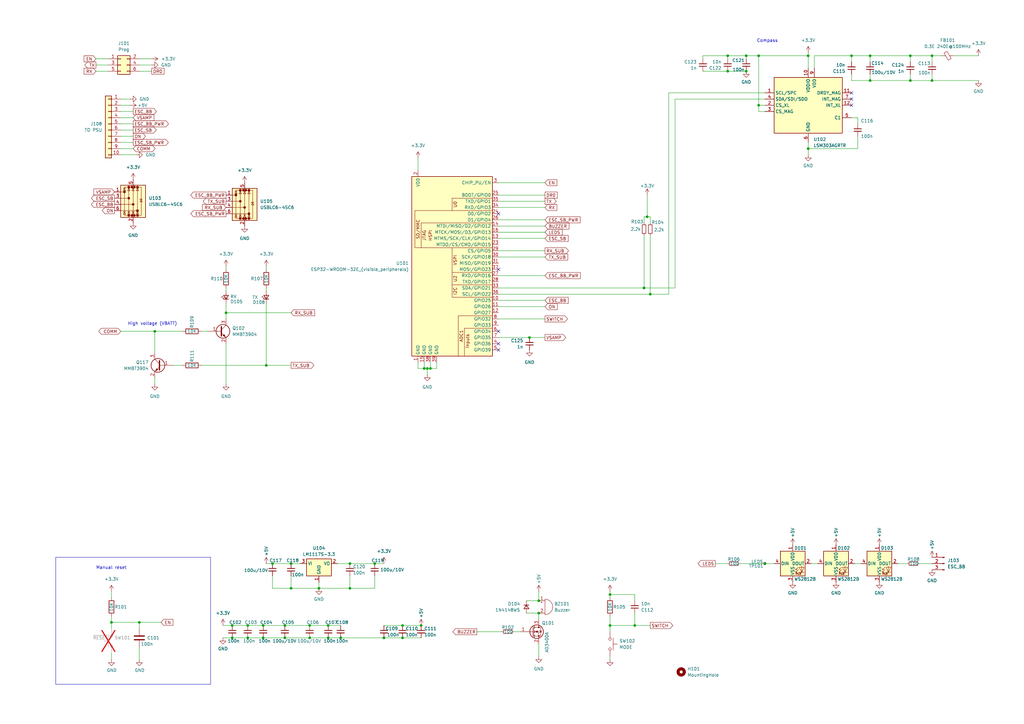
<source format=kicad_sch>
(kicad_sch (version 20250114) (generator "eeschema") (generator_version "9.0")
  (paper "A3")
  (title_block (title "SUB CPU") (date "2025-06-10") (rev "V2.1") (company "NicE Engineering"))
  (text "Manual reset" (at 39.37 233.68 0) (effects (font (size 1.27 1.27)) (justify left bottom)))
  (text "High voltage (VBATT)" (at 62.484 132.842 0) (effects (font (size 1.27 1.27))))
  (text "Compass" (at 310.388 17.526 0) (effects (font (size 1.27 1.27)) (justify left bottom)))
  (junction (at 382.27 22.86))
  (junction (at 92.71 128.27))
  (junction (at 306.07 29.21))
  (junction (at 313.69 231.14))
  (junction (at 298.45 29.21))
  (junction (at 139.7 261.62))
  (junction (at 130.81 241.3))
  (junction (at 153.67 231.14))
  (junction (at 107.95 256.54))
  (junction (at 143.51 241.3))
  (junction (at 116.84 261.62))
  (junction (at 250.19 243.84))
  (junction (at 101.6 256.54))
  (junction (at 45.72 255.27))
  (junction (at 311.15 22.86))
  (junction (at 107.95 261.62))
  (junction (at 127 256.54))
  (junction (at 172.72 256.54))
  (junction (at 95.25 261.62))
  (junction (at 311.15 43.18))
  (junction (at 127 261.62))
  (junction (at 134.62 261.62))
  (junction (at 173.99 151.13))
  (junction (at 165.1 261.62))
  (junction (at 266.7 120.65))
  (junction (at 95.25 256.54))
  (junction (at 264.16 118.11))
  (junction (at 220.98 251.46))
  (junction (at 176.53 151.13))
  (junction (at 119.38 231.14))
  (junction (at 119.38 241.3))
  (junction (at 57.15 255.27))
  (junction (at 265.43 88.9))
  (junction (at 101.6 261.62))
  (junction (at 382.27 33.02))
  (junction (at 331.47 60.96))
  (junction (at 349.25 22.86))
  (junction (at 111.76 231.14))
  (junction (at 373.38 33.02))
  (junction (at 298.45 22.86))
  (junction (at 260.35 256.54))
  (junction (at 143.51 231.14))
  (junction (at 63.5 135.89))
  (junction (at 373.38 22.86))
  (junction (at 356.87 33.02))
  (junction (at 109.22 149.86))
  (junction (at 165.1 256.54))
  (junction (at 331.47 22.86))
  (junction (at 217.17 138.43))
  (junction (at 157.48 261.62))
  (junction (at 220.98 246.38))
  (junction (at 306.07 22.86))
  (junction (at 134.62 256.54))
  (junction (at 175.26 151.13))
  (junction (at 356.87 22.86))
  (junction (at 116.84 256.54))
  (junction (at 250.19 256.54))
  (no_connect (at 204.47 143.51))
  (no_connect (at 204.47 140.97))
  (no_connect (at 204.47 87.63))
  (no_connect (at 204.47 135.89))
  (no_connect (at 349.25 38.1))
  (no_connect (at 349.25 43.18))
  (no_connect (at 204.47 110.49))
  (no_connect (at 349.25 40.64))
  (wire (pts (xy 116.84 256.54) (xy 127 256.54)))
  (wire (pts (xy 101.6 256.54) (xy 107.95 256.54)))
  (wire (pts (xy 204.47 95.25) (xy 223.52 95.25)))
  (wire (pts (xy 171.45 151.13) (xy 171.45 148.59)))
  (wire (pts (xy 204.47 125.73) (xy 223.52 125.73)))
  (polyline (pts (xy 22.86 280.67) (xy 22.86 228.6)))
  (wire (pts (xy 373.38 30.48) (xy 373.38 33.02)))
  (wire (pts (xy 264.16 88.9) (xy 264.16 91.44)))
  (wire (pts (xy 351.79 55.88) (xy 351.79 60.96)))
  (wire (pts (xy 311.15 22.86) (xy 306.07 22.86)))
  (wire (pts (xy 274.32 38.1) (xy 313.69 38.1)))
  (wire (pts (xy 266.7 120.65) (xy 274.32 120.65)))
  (wire (pts (xy 171.45 64.77) (xy 171.45 69.85)))
  (wire (pts (xy 220.98 251.46) (xy 220.98 254)))
  (wire (pts (xy 223.52 97.79) (xy 204.47 97.79)))
  (wire (pts (xy 74.93 149.86) (xy 71.12 149.86)))
  (wire (pts (xy 351.79 60.96) (xy 331.47 60.96)))
  (wire (pts (xy 204.47 92.71) (xy 223.52 92.71)))
  (wire (pts (xy 165.1 261.62) (xy 172.72 261.62)))
  (wire (pts (xy 288.29 22.86) (xy 288.29 24.13)))
  (wire (pts (xy 260.35 243.84) (xy 260.35 246.38)))
  (wire (pts (xy 223.52 138.43) (xy 217.17 138.43)))
  (wire (pts (xy 101.6 261.62) (xy 107.95 261.62)))
  (wire (pts (xy 401.32 33.02) (xy 382.27 33.02)))
  (wire (pts (xy 45.72 270.51) (xy 45.72 267.97)))
  (wire (pts (xy 204.47 102.87) (xy 223.52 102.87)))
  (wire (pts (xy 276.86 40.64) (xy 313.69 40.64)))
  (wire (pts (xy 204.47 120.65) (xy 266.7 120.65)))
  (wire (pts (xy 116.84 261.62) (xy 127 261.62)))
  (wire (pts (xy 57.15 255.27) (xy 66.04 255.27)))
  (wire (pts (xy 356.87 22.86) (xy 349.25 22.86)))
  (wire (pts (xy 215.9 246.38) (xy 220.98 246.38)))
  (wire (pts (xy 223.52 85.09) (xy 204.47 85.09)))
  (wire (pts (xy 334.01 22.86) (xy 349.25 22.86)))
  (wire (pts (xy 382.27 33.02) (xy 382.27 30.48)))
  (wire (pts (xy 143.51 241.3) (xy 153.67 241.3)))
  (wire (pts (xy 223.52 82.55) (xy 204.47 82.55)))
  (wire (pts (xy 331.47 22.86) (xy 331.47 27.94)))
  (wire (pts (xy 62.23 24.13) (xy 57.15 24.13)))
  (wire (pts (xy 250.19 243.84) (xy 250.19 245.11)))
  (wire (pts (xy 311.15 22.86) (xy 311.15 43.18)))
  (wire (pts (xy 356.87 33.02) (xy 349.25 33.02)))
  (wire (pts (xy 220.98 269.24) (xy 220.98 264.16)))
  (wire (pts (xy 195.58 259.08) (xy 205.74 259.08)))
  (wire (pts (xy 45.72 257.81) (xy 45.72 255.27)))
  (wire (pts (xy 204.47 80.01) (xy 223.52 80.01)))
  (wire (pts (xy 62.23 29.21) (xy 57.15 29.21)))
  (wire (pts (xy 373.38 33.02) (xy 382.27 33.02)))
  (wire (pts (xy 130.81 241.3) (xy 143.51 241.3)))
  (wire (pts (xy 119.38 236.22) (xy 119.38 241.3)))
  (wire (pts (xy 313.69 43.18) (xy 311.15 43.18)))
  (wire (pts (xy 49.53 50.8) (xy 54.61 50.8)))
  (wire (pts (xy 165.1 256.54) (xy 172.72 256.54)))
  (wire (pts (xy 111.76 241.3) (xy 111.76 236.22)))
  (wire (pts (xy 313.69 231.14) (xy 317.5 231.14)))
  (wire (pts (xy 45.72 242.57) (xy 45.72 245.11)))
  (wire (pts (xy 82.55 135.89) (xy 85.09 135.89)))
  (wire (pts (xy 63.5 157.48) (xy 63.5 154.94)))
  (wire (pts (xy 264.16 88.9) (xy 265.43 88.9)))
  (wire (pts (xy 382.27 22.86) (xy 382.27 25.4)))
  (wire (pts (xy 349.25 48.26) (xy 351.79 48.26)))
  (wire (pts (xy 39.37 26.67) (xy 44.45 26.67)))
  (wire (pts (xy 49.53 53.34) (xy 54.61 53.34)))
  (wire (pts (xy 204.47 123.19) (xy 223.52 123.19)))
  (wire (pts (xy 49.53 60.96) (xy 54.61 60.96)))
  (wire (pts (xy 176.53 151.13) (xy 176.53 148.59)))
  (wire (pts (xy 109.22 118.11) (xy 109.22 119.38)))
  (wire (pts (xy 331.47 60.96) (xy 331.47 58.42)))
  (wire (pts (xy 95.25 261.62) (xy 101.6 261.62)))
  (wire (pts (xy 204.47 105.41) (xy 223.52 105.41)))
  (wire (pts (xy 250.19 256.54) (xy 250.19 259.08)))
  (wire (pts (xy 266.7 96.52) (xy 266.7 120.65)))
  (wire (pts (xy 217.17 138.43) (xy 204.47 138.43)))
  (wire (pts (xy 63.5 135.89) (xy 63.5 144.78)))
  (wire (pts (xy 130.81 241.3) (xy 130.81 238.76)))
  (wire (pts (xy 39.37 24.13) (xy 44.45 24.13)))
  (wire (pts (xy 57.15 255.27) (xy 57.15 257.81)))
  (wire (pts (xy 49.53 135.89) (xy 63.5 135.89)))
  (wire (pts (xy 373.38 22.86) (xy 382.27 22.86)))
  (wire (pts (xy 204.47 130.81) (xy 223.52 130.81)))
  (wire (pts (xy 119.38 241.3) (xy 111.76 241.3)))
  (wire (pts (xy 288.29 29.21) (xy 298.45 29.21)))
  (wire (pts (xy 134.62 261.62) (xy 139.7 261.62)))
  (wire (pts (xy 109.22 231.14) (xy 111.76 231.14)))
  (wire (pts (xy 223.52 74.93) (xy 204.47 74.93)))
  (wire (pts (xy 82.55 149.86) (xy 109.22 149.86)))
  (wire (pts (xy 298.45 29.21) (xy 306.07 29.21)))
  (wire (pts (xy 127 261.62) (xy 134.62 261.62)))
  (wire (pts (xy 356.87 30.48) (xy 356.87 33.02)))
  (wire (pts (xy 331.47 63.5) (xy 331.47 60.96)))
  (wire (pts (xy 298.45 22.86) (xy 288.29 22.86)))
  (wire (pts (xy 386.08 22.86) (xy 382.27 22.86)))
  (wire (pts (xy 157.48 256.54) (xy 165.1 256.54)))
  (wire (pts (xy 92.71 128.27) (xy 92.71 130.81)))
  (wire (pts (xy 265.43 80.01) (xy 265.43 88.9)))
  (wire (pts (xy 91.44 261.62) (xy 95.25 261.62)))
  (wire (pts (xy 173.99 151.13) (xy 175.26 151.13)))
  (polyline (pts (xy 22.86 228.6) (xy 86.36 228.6)))
  (wire (pts (xy 391.16 22.86) (xy 401.32 22.86)))
  (wire (pts (xy 356.87 22.86) (xy 373.38 22.86)))
  (wire (pts (xy 143.51 231.14) (xy 153.67 231.14)))
  (wire (pts (xy 45.72 252.73) (xy 45.72 255.27)))
  (wire (pts (xy 331.47 21.59) (xy 331.47 22.86)))
  (wire (pts (xy 153.67 241.3) (xy 153.67 236.22)))
  (wire (pts (xy 368.3 231.14) (xy 372.11 231.14)))
  (polyline (pts (xy 86.36 228.6) (xy 86.36 280.67)))
  (wire (pts (xy 220.98 242.57) (xy 220.98 246.38)))
  (wire (pts (xy 134.62 256.54) (xy 139.7 256.54)))
  (wire (pts (xy 107.95 256.54) (xy 116.84 256.54)))
  (wire (pts (xy 349.25 30.48) (xy 349.25 33.02)))
  (wire (pts (xy 49.53 40.64) (xy 53.34 40.64)))
  (wire (pts (xy 265.43 88.9) (xy 266.7 88.9)))
  (wire (pts (xy 250.19 256.54) (xy 260.35 256.54)))
  (wire (pts (xy 223.52 113.03) (xy 204.47 113.03)))
  (wire (pts (xy 276.86 118.11) (xy 276.86 40.64)))
  (wire (pts (xy 111.76 231.14) (xy 119.38 231.14)))
  (wire (pts (xy 49.53 63.5) (xy 55.88 63.5)))
  (wire (pts (xy 127 256.54) (xy 134.62 256.54)))
  (wire (pts (xy 204.47 118.11) (xy 264.16 118.11)))
  (wire (pts (xy 215.9 251.46) (xy 220.98 251.46)))
  (wire (pts (xy 260.35 256.54) (xy 266.7 256.54)))
  (wire (pts (xy 92.71 110.49) (xy 92.71 109.22)))
  (wire (pts (xy 57.15 265.43) (xy 57.15 270.51)))
  (wire (pts (xy 311.15 43.18) (xy 311.15 45.72)))
  (wire (pts (xy 49.53 45.72) (xy 54.61 45.72)))
  (wire (pts (xy 260.35 251.46) (xy 260.35 256.54)))
  (wire (pts (xy 332.74 231.14) (xy 335.28 231.14)))
  (wire (pts (xy 109.22 124.46) (xy 109.22 149.86)))
  (wire (pts (xy 92.71 118.11) (xy 92.71 119.38)))
  (wire (pts (xy 119.38 231.14) (xy 123.19 231.14)))
  (wire (pts (xy 92.71 124.46) (xy 92.71 128.27)))
  (wire (pts (xy 250.19 243.84) (xy 260.35 243.84)))
  (wire (pts (xy 153.67 231.14) (xy 157.48 231.14)))
  (wire (pts (xy 210.82 259.08) (xy 213.36 259.08)))
  (wire (pts (xy 109.22 149.86) (xy 119.38 149.86)))
  (wire (pts (xy 109.22 109.22) (xy 109.22 110.49)))
  (wire (pts (xy 49.53 58.42) (xy 54.61 58.42)))
  (wire (pts (xy 334.01 22.86) (xy 334.01 27.94)))
  (wire (pts (xy 95.25 256.54) (xy 101.6 256.54)))
  (wire (pts (xy 293.37 231.14) (xy 298.45 231.14)))
  (wire (pts (xy 311.15 45.72) (xy 313.69 45.72)))
  (wire (pts (xy 306.07 22.86) (xy 306.07 24.13)))
  (wire (pts (xy 139.7 261.62) (xy 157.48 261.62)))
  (wire (pts (xy 92.71 157.48) (xy 92.71 140.97)))
  (wire (pts (xy 250.19 269.24) (xy 250.19 270.51)))
  (wire (pts (xy 175.26 151.13) (xy 175.26 153.67)))
  (wire (pts (xy 250.19 252.73) (xy 250.19 256.54)))
  (wire (pts (xy 350.52 231.14) (xy 353.06 231.14)))
  (wire (pts (xy 49.53 55.88) (xy 54.61 55.88)))
  (wire (pts (xy 176.53 151.13) (xy 179.07 151.13)))
  (wire (pts (xy 373.38 22.86) (xy 373.38 25.4)))
  (wire (pts (xy 49.53 43.18) (xy 53.34 43.18)))
  (wire (pts (xy 130.81 241.3) (xy 119.38 241.3)))
  (wire (pts (xy 298.45 22.86) (xy 298.45 24.13)))
  (wire (pts (xy 274.32 38.1) (xy 274.32 120.65)))
  (wire (pts (xy 74.93 135.89) (xy 63.5 135.89)))
  (wire (pts (xy 349.25 22.86) (xy 349.25 25.4)))
  (wire (pts (xy 250.19 242.57) (xy 250.19 243.84)))
  (wire (pts (xy 356.87 33.02) (xy 373.38 33.02)))
  (wire (pts (xy 356.87 22.86) (xy 356.87 25.4)))
  (wire (pts (xy 173.99 148.59) (xy 173.99 151.13)))
  (wire (pts (xy 303.53 231.14) (xy 313.69 231.14)))
  (wire (pts (xy 351.79 48.26) (xy 351.79 50.8)))
  (wire (pts (xy 45.72 255.27) (xy 57.15 255.27)))
  (wire (pts (xy 306.07 22.86) (xy 298.45 22.86)))
  (wire (pts (xy 157.48 261.62) (xy 165.1 261.62)))
  (wire (pts (xy 171.45 151.13) (xy 173.99 151.13)))
  (wire (pts (xy 39.37 29.21) (xy 44.45 29.21)))
  (wire (pts (xy 49.53 48.26) (xy 54.61 48.26)))
  (polyline (pts (xy 86.36 280.67) (xy 22.86 280.67)))
  (wire (pts (xy 266.7 88.9) (xy 266.7 91.44)))
  (wire (pts (xy 62.23 26.67) (xy 57.15 26.67)))
  (wire (pts (xy 138.43 231.14) (xy 143.51 231.14)))
  (wire (pts (xy 143.51 236.22) (xy 143.51 241.3)))
  (wire (pts (xy 377.19 231.14) (xy 382.27 231.14)))
  (wire (pts (xy 175.26 151.13) (xy 176.53 151.13)))
  (wire (pts (xy 107.95 261.62) (xy 116.84 261.62)))
  (wire (pts (xy 91.44 256.54) (xy 95.25 256.54)))
  (wire (pts (xy 204.47 90.17) (xy 223.52 90.17)))
  (wire (pts (xy 92.71 128.27) (xy 119.38 128.27)))
  (wire (pts (xy 311.15 22.86) (xy 331.47 22.86)))
  (wire (pts (xy 179.07 148.59) (xy 179.07 151.13)))
  (wire (pts (xy 264.16 118.11) (xy 276.86 118.11)))
  (wire (pts (xy 264.16 96.52) (xy 264.16 118.11)))
  (global_label "ON" (shape output) (at 54.61 55.88 0) (property "Intersheetrefs" "${INTERSHEET_REFS}" (effects (hide yes))))
  (global_label "VSAMP" (shape input) (at 54.61 48.26 0) (property "Intersheetrefs" "${INTERSHEET_REFS}" (effects (hide yes))))
  (global_label "ESC_BB_PWR" (shape input) (at 223.52 113.03 0) (property "Intersheetrefs" "${INTERSHEET_REFS}" (effects (hide yes))))
  (global_label "ESC_SB" (shape input) (at 223.52 97.79 0) (property "Intersheetrefs" "${INTERSHEET_REFS}" (effects (hide yes))))
  (global_label "RX_SUB" (shape input) (at 119.38 128.27 0) (property "Intersheetrefs" "${INTERSHEET_REFS}" (effects (hide yes))))
  (global_label "EN" (shape input) (at 66.04 255.27 0) (property "Intersheetrefs" "${INTERSHEET_REFS}" (effects (hide yes))))
  (global_label "ESC_SB_PWR" (shape output) (at 54.61 58.42 0) (property "Intersheetrefs" "${INTERSHEET_REFS}" (effects (hide yes))))
  (global_label "COMM" (shape bidirectional) (at 54.61 60.96 0) (property "Intersheetrefs" "${INTERSHEET_REFS}" (effects (hide yes))))
  (global_label "EN" (shape input) (at 39.37 24.13 180) (property "Intersheetrefs" "${INTERSHEET_REFS}" (effects (hide yes))))
  (global_label "DR0" (shape passive) (at 62.23 29.21 0) (property "Intersheetrefs" "${INTERSHEET_REFS}" (effects (hide yes))))
  (global_label "BUZZER" (shape output) (at 195.58 259.08 180) (property "Intersheetrefs" "${INTERSHEET_REFS}" (effects (hide yes))))
  (global_label "VSAMP" (shape input) (at 46.99 78.74 180) (property "Intersheetrefs" "${INTERSHEET_REFS}" (effects (hide yes))))
  (global_label "DR0" (shape passive) (at 223.52 80.01 0) (property "Intersheetrefs" "${INTERSHEET_REFS}" (effects (hide yes))))
  (global_label "LEDS" (shape input) (at 223.52 95.25 0) (property "Intersheetrefs" "${INTERSHEET_REFS}" (effects (hide yes))))
  (global_label "ESC_BB_PWR" (shape output) (at 92.71 80.01 180) (property "Intersheetrefs" "${INTERSHEET_REFS}" (effects (hide yes))))
  (global_label "SWITCH" (shape output) (at 223.52 130.81 0) (property "Intersheetrefs" "${INTERSHEET_REFS}" (effects (hide yes))))
  (global_label "VSAMP" (shape output) (at 223.52 138.43 0) (property "Intersheetrefs" "${INTERSHEET_REFS}" (effects (hide yes))))
  (global_label "ON" (shape input) (at 223.52 125.73 0) (property "Intersheetrefs" "${INTERSHEET_REFS}" (effects (hide yes))))
  (global_label "TX" (shape output) (at 39.37 26.67 180) (property "Intersheetrefs" "${INTERSHEET_REFS}" (effects (hide yes))))
  (global_label "ESC_BB" (shape input) (at 223.52 123.19 0) (property "Intersheetrefs" "${INTERSHEET_REFS}" (effects (hide yes))))
  (global_label "LEDS" (shape output) (at 293.37 231.14 180) (property "Intersheetrefs" "${INTERSHEET_REFS}" (effects (hide yes))))
  (global_label "ESC_BB_PWR" (shape output) (at 54.61 50.8 0) (property "Intersheetrefs" "${INTERSHEET_REFS}" (effects (hide yes))))
  (global_label "RX" (shape input) (at 39.37 29.21 180) (property "Intersheetrefs" "${INTERSHEET_REFS}" (effects (hide yes))))
  (global_label "TX_SUB" (shape output) (at 92.71 82.55 180) (property "Intersheetrefs" "${INTERSHEET_REFS}" (effects (hide yes))))
  (global_label "RX_SUB" (shape input) (at 92.71 85.09 180) (property "Intersheetrefs" "${INTERSHEET_REFS}" (effects (hide yes))))
  (global_label "ESC_SB_PWR" (shape output) (at 92.71 87.63 180) (property "Intersheetrefs" "${INTERSHEET_REFS}" (effects (hide yes))))
  (global_label "ESC_BB" (shape output) (at 54.61 45.72 0) (property "Intersheetrefs" "${INTERSHEET_REFS}" (effects (hide yes))))
  (global_label "EN" (shape input) (at 223.52 74.93 0) (property "Intersheetrefs" "${INTERSHEET_REFS}" (effects (hide yes))))
  (global_label "TX_SUB" (shape output) (at 119.38 149.86 0) (property "Intersheetrefs" "${INTERSHEET_REFS}" (effects (hide yes))))
  (global_label "ESC_BB" (shape output) (at 46.99 83.82 180) (property "Intersheetrefs" "${INTERSHEET_REFS}" (effects (hide yes))))
  (global_label "BUZZER" (shape input) (at 223.52 92.71 0) (property "Intersheetrefs" "${INTERSHEET_REFS}" (effects (hide yes))))
  (global_label "ESC_SB_PWR" (shape input) (at 223.52 90.17 0) (property "Intersheetrefs" "${INTERSHEET_REFS}" (effects (hide yes))))
  (global_label "ESC_SB" (shape output) (at 46.99 81.28 180) (property "Intersheetrefs" "${INTERSHEET_REFS}" (effects (hide yes))))
  (global_label "ESC_SB" (shape output) (at 54.61 53.34 0) (property "Intersheetrefs" "${INTERSHEET_REFS}" (effects (hide yes))))
  (global_label "COMM" (shape bidirectional) (at 49.53 135.89 180) (property "Intersheetrefs" "${INTERSHEET_REFS}" (effects (hide yes))))
  (global_label "ON" (shape output) (at 46.99 86.36 180) (property "Intersheetrefs" "${INTERSHEET_REFS}" (effects (hide yes))))
  (global_label "SWITCH" (shape output) (at 266.7 256.54 0) (property "Intersheetrefs" "${INTERSHEET_REFS}" (effects (hide yes))))
  (global_label "TX_SUB" (shape input) (at 223.52 105.41 0) (property "Intersheetrefs" "${INTERSHEET_REFS}" (effects (hide yes))))
  (global_label "TX" (shape output) (at 223.52 82.55 0) (property "Intersheetrefs" "${INTERSHEET_REFS}" (effects (hide yes))))
  (global_label "RX_SUB" (shape output) (at 223.52 102.87 0) (property "Intersheetrefs" "${INTERSHEET_REFS}" (effects (hide yes))))
  (global_label "RX" (shape input) (at 223.52 85.09 0) (property "Intersheetrefs" "${INTERSHEET_REFS}" (effects (hide yes))))
  (symbol (lib_id "Device:R") (at 78.74 149.86 90) (unit 1)
    (property "Reference" "R111" (at 78.74 148.59 0) (effects (justify left)))
    (property "Value" "10K" (at 78.74 149.86 90))
    (property "Footprint" "A_Device:R_0603" (effects (hide yes)))
    (property "Farnell" "2331736" (effects (hide yes)))
    (property "MF" "TE CONNECTIVITY" (effects (hide yes)))
    (property "MFN" "CRGH0603F10K" (effects (hide yes)))
    (property "LCSC" "C25804" (effects (hide yes)))
  )
  (symbol (lib_id "Device:C_Small") (at 101.6 259.08 0) (unit 1)
    (property "Reference" "C103" (at 100.33 255.27 0) (effects (justify left)))
    (property "Value" "100n" (at 99.695 262.89 0) (effects (justify left)))
    (property "Footprint" "A_Device:C_0603" (effects (hide yes)))
    (property "LCSC" "C14663" (effects (hide yes)))
  )
  (symbol (lib_name "+3.3V_1") (lib_id "power:+3.3V") (at 172.72 256.54 0) (mirror y) (unit 1)
    (property "Reference" "#PWR0106" (effects (hide yes)))
    (property "Value" "+5V" (at 172.72 251.46 90))
    (property "Description" "Power symbol creates a global label with name \"+3.3V\"" (effects (hide yes)))
  )
  (symbol (lib_id "Device:R_Small") (at 300.99 231.14 270) (unit 1)
    (property "Reference" "R106" (at 300.99 229.362 90))
    (property "Value" "100" (at 301.244 231.14 90))
    (property "Footprint" "A_Device:R_0603" (effects (hide yes)))
    (property "Description" "Resistor, small symbol" (effects (hide yes)))
    (property "LCSC" "C22775" (effects (hide yes)))
  )
  (symbol (lib_id "Device:C_Small") (at 298.45 26.67 180) (unit 1)
    (property "Reference" "C122" (at 295.91 27.9337 0) (effects (justify left)))
    (property "Value" "10n" (at 295.91 25.3937 0) (effects (justify left)))
    (property "Footprint" "A_Device:C_0603" (effects (hide yes)))
    (property "LCSC" "C57112" (effects (hide yes)))
  )
  (symbol (lib_id "power:GND") (at 401.32 33.02 0) (unit 1)
    (property "Reference" "#PWR0120" (effects (hide yes)))
    (property "Value" "GND" (at 401.32 37.465 0))
  )
  (symbol (lib_id "power:+3.3V") (at 54.61 73.66 0) (mirror y) (unit 1)
    (property "Reference" "#PWR0125" (effects (hide yes)))
    (property "Value" "+3.3V" (at 54.61 68.58 0))
  )
  (symbol (lib_name "+3.3V_1") (lib_id "power:+3.3V") (at 382.27 228.6 0) (mirror y) (unit 1)
    (property "Reference" "#PWR0134" (effects (hide yes)))
    (property "Value" "+5V" (at 382.27 223.52 90))
    (property "Description" "Power symbol creates a global label with name \"+3.3V\"" (effects (hide yes)))
  )
  (symbol (lib_id "power:+3.3V") (at 109.22 109.22 0) (unit 1)
    (property "Reference" "#PWR0136" (effects (hide yes)))
    (property "Value" "+3.3V" (at 109.22 104.14 0))
  )
  (symbol (lib_name "+3.3V_1") (lib_id "power:+3.3V") (at 360.68 223.52 0) (mirror y) (unit 1)
    (property "Reference" "#PWR0132" (effects (hide yes)))
    (property "Value" "+5V" (at 360.68 218.44 90))
    (property "Description" "Power symbol creates a global label with name \"+3.3V\"" (effects (hide yes)))
  )
  (symbol (lib_id "power:GND") (at 45.72 270.51 0) (unit 1)
    (property "Reference" "#PWR0102" (effects (hide yes)))
    (property "Value" "GND" (at 45.847 274.9042 0))
  )
  (symbol (lib_id "Device:C_Small") (at 107.95 259.08 0) (unit 1)
    (property "Reference" "C104" (at 106.68 255.27 0) (effects (justify left)))
    (property "Value" "100n" (at 106.045 262.89 0) (effects (justify left)))
    (property "Footprint" "A_Device:C_0603" (effects (hide yes)))
    (property "LCSC" "C14663" (effects (hide yes)))
  )
  (symbol (lib_id "Connector_Generic:Conn_01x10") (at 44.45 50.8 0) (mirror y) (unit 1)
    (property "Reference" "J108" (at 41.91 50.7999 0) (effects (justify left)))
    (property "Value" "TO PSU" (at 41.91 53.3399 0) (effects (justify left)))
    (property "Footprint" "Connector_IDC:IDC-Header_2x05_P2.54mm_Vertical" (effects (hide yes)))
    (property "Description" "Generic connector, single row, 01x10, script generated (kicad-library-utils/schlib/autogen/connector/)" (effects (hide yes)))
    (property "LCSC" "C5665" (effects (hide yes)))
  )
  (symbol (lib_id "power:GND") (at 54.61 91.44 0) (mirror y) (unit 1)
    (property "Reference" "#PWR0126" (effects (hide yes)))
    (property "Value" "GND" (at 54.61 96.52 0))
  )
  (symbol (lib_id "power:GND") (at 382.27 233.68 0) (unit 1)
    (property "Reference" "#PWR0135" (effects (hide yes)))
    (property "Value" "GND" (at 382.27 238.125 0))
  )
  (symbol (lib_id "power:GND") (at 331.47 63.5 0) (unit 1)
    (property "Reference" "#PWR0124" (effects (hide yes)))
    (property "Value" "GND" (at 331.47 67.945 0))
  )
  (symbol (lib_id "Device:C_Small") (at 116.84 259.08 0) (unit 1)
    (property "Reference" "C105" (at 115.57 255.27 0) (effects (justify left)))
    (property "Value" "100u/10V" (at 111.76 262.89 0) (effects (justify left)))
    (property "Footprint" "Capacitor_SMD:C_1210_3225Metric" (effects (hide yes)))
    (property "LCSC" "C23742" (effects (hide yes)))
  )
  (symbol (lib_name "+3.3V_1") (lib_id "power:+3.3V") (at 325.12 223.52 0) (mirror y) (unit 1)
    (property "Reference" "#PWR0130" (effects (hide yes)))
    (property "Value" "+5V" (at 325.12 218.44 90))
    (property "Description" "Power symbol creates a global label with name \"+3.3V\"" (effects (hide yes)))
  )
  (symbol (lib_id "Device:C_Small") (at 260.35 248.92 0) (mirror x) (unit 1)
    (property "Reference" "C112" (at 262.89 250.1837 0) (effects (justify left)))
    (property "Value" "10n" (at 262.89 247.6437 0) (effects (justify left)))
    (property "Footprint" "A_Device:C_0603" (effects (hide yes)))
    (property "LCSC" "C57112" (effects (hide yes)))
  )
  (symbol (lib_id "power:GND") (at 92.71 157.48 0) (unit 1)
    (property "Reference" "#PWR0142" (effects (hide yes)))
    (property "Value" "GND" (at 92.71 162.56 0))
  )
  (symbol (lib_id "power:+3.3V") (at 331.47 21.59 0) (unit 1)
    (property "Reference" "#PWR0123" (effects (hide yes)))
    (property "Value" "+3.3V" (at 331.47 16.51 0))
  )
  (symbol (lib_id "Device:C_Small") (at 127 259.08 0) (unit 1)
    (property "Reference" "C106" (at 125.73 255.27 0) (effects (justify left)))
    (property "Value" "100u/10V" (at 121.92 262.89 0) (effects (justify left)))
    (property "Footprint" "Capacitor_SMD:C_1210_3225Metric" (effects (hide yes)))
    (property "LCSC" "C23742" (effects (hide yes)))
  )
  (symbol (lib_id "power:GND") (at 250.19 270.51 0) (mirror y) (unit 1)
    (property "Reference" "#PWR0122" (effects (hide yes)))
    (property "Value" "GND" (effects (hide yes)))
  )
  (symbol (lib_id "Device:C_Small") (at 172.72 259.08 0) (unit 1)
    (property "Reference" "C111" (at 173.99 257.81 0) (effects (justify left)))
    (property "Value" "100n" (at 173.99 260.35 0) (effects (justify left)))
    (property "Footprint" "A_Device:C_0603" (effects (hide yes)))
    (property "LCSC" "C14663" (effects (hide yes)))
  )
  (symbol (lib_id "power:GND") (at 360.68 238.76 0) (unit 1)
    (property "Reference" "#PWR0113" (effects (hide yes)))
    (property "Value" "GND" (at 360.68 243.205 0))
  )
  (symbol (lib_id "power:+3.3V") (at 91.44 256.54 0) (unit 1)
    (property "Reference" "#PWR0110" (effects (hide yes)))
    (property "Value" "+3.3V" (at 91.44 251.46 0))
  )
  (symbol (lib_id "Device:R_Small") (at 266.7 93.98 0) (unit 1)
    (property "Reference" "R104" (at 267.208 91.186 0) (effects (justify left)))
    (property "Value" "2.2k" (at 268.224 94.234 0) (effects (justify left)))
    (property "Footprint" "A_Device:R_0603" (effects (hide yes)))
    (property "LCSC" "C4190" (effects (hide yes)))
  )
  (symbol (lib_id "Device:D_Small") (at 215.9 248.92 90) (mirror x) (unit 1)
    (property "Reference" "D104" (at 213.36 247.6499 90) (effects (justify left)))
    (property "Value" "1N4148WS" (at 213.36 250.1899 90) (effects (justify left)))
    (property "Footprint" "A_Device:D_SOD-323_1.8x1.4x1.15" (effects (hide yes)))
    (property "Sim.Device" "D" (effects (hide yes)))
    (property "Sim.Pins" "1=K 2=A" (effects (hide yes)))
    (property "LCSC" "C2128" (effects (hide yes)))
  )
  (symbol (lib_id "Switch:SW_Push") (at 45.72 262.89 90) (unit 1) (dnp yes)
    (property "Reference" "SW101" (at 46.9392 261.5692 90) (effects (justify right)))
    (property "Value" "~{RESET}" (at 38.1 261.62 90) (effects (justify right)))
    (property "Footprint" "Connector_PinHeader_2.54mm:PinHeader_1x02_P2.54mm_Vertical" (effects (hide yes)))
    (property "Farnell" "-" (effects (hide yes)))
  )
  (symbol (lib_id "power:+3.3V") (at 45.72 242.57 0) (unit 1)
    (property "Reference" "#PWR0101" (effects (hide yes)))
    (property "Value" "+3.3V" (at 45.72 237.49 0))
  )
  (symbol (lib_id "LED:WS2812B") (at 360.68 231.14 0) (unit 1)
    (property "Reference" "D103" (at 363.855 224.79 0))
    (property "Value" "WS2812B" (at 365.76 237.49 0))
    (property "Footprint" "LED_SMD:LED_WS2812B_PLCC4_5.0x5.0mm_P3.2mm" (effects (hide yes)))
    (property "Datasheet" "https://cdn-shop.adafruit.com/datasheets/WS2812B.pdf" (effects (hide yes)))
    (property "LCSC" "C2843785" (effects (hide yes)))
  )
  (symbol (lib_id "Connector_Generic:Conn_02x03_Odd_Even") (at 49.53 26.67 0) (unit 1)
    (property "Reference" "J101" (at 50.8 17.78 0))
    (property "Value" "Prog" (at 50.8 20.32 0))
    (property "Footprint" "Connector_IDC:IDC-Header_2x03_P2.54mm_Vertical" (effects (hide yes)))
    (property "Description" "Generic connector, double row, 02x03, odd/even pin numbering scheme (row 1 odd numbers, row 2 even numbers), script generated (kicad-library-utils/schlib/autogen/connector/)" (effects (hide yes)))
    (property "LCSC" "C11214" (effects (hide yes)))
  )
  (symbol (lib_id "power:GND") (at 342.9 238.76 0) (unit 1)
    (property "Reference" "#PWR0109" (effects (hide yes)))
    (property "Value" "GND" (at 342.9 243.205 0))
  )
  (symbol (lib_id "power:+3.3V") (at 100.33 74.93 0) (mirror y) (unit 1)
    (property "Reference" "#PWR0139" (effects (hide yes)))
    (property "Value" "+3.3V" (at 100.33 69.85 0))
  )
  (symbol (lib_id "Device:C_Small") (at 217.17 140.97 0) (mirror x) (unit 1)
    (property "Reference" "C125" (at 214.63 139.6935 0) (effects (justify right)))
    (property "Value" "1n" (at 214.63 142.2335 0) (effects (justify right)))
    (property "Footprint" "A_Device:C_0603" (effects (hide yes)))
    (property "LCSC" "C1588" (effects (hide yes)))
  )
  (symbol (lib_id "Device:C_Small") (at 153.67 233.68 0) (unit 1)
    (property "Reference" "C119" (at 152.4 229.87 0) (effects (justify left)))
    (property "Value" "100u/10V" (at 155.956 233.68 0) (effects (justify left)))
    (property "Footprint" "Capacitor_SMD:C_1210_3225Metric" (effects (hide yes)))
    (property "LCSC" "C23742" (effects (hide yes)))
  )
  (symbol (lib_id "Mechanical:MountingHole") (at 279.4 275.59 0) (unit 1) (in_bom no)
    (property "Reference" "H101" (at 281.94 274.3199 0) (effects (justify left)))
    (property "Value" "MountingHole" (at 281.94 276.8599 0) (effects (justify left)))
    (property "Footprint" "MountingHole:MountingHole_3.2mm_M3" (effects (hide yes)))
    (property "Description" "Mounting Hole without connection" (effects (hide yes)))
  )
  (symbol (lib_id "Device:R_Small") (at 374.65 231.14 270) (unit 1)
    (property "Reference" "R108" (at 374.65 229.362 90))
    (property "Value" "100" (at 374.904 231.14 90))
    (property "Footprint" "A_Device:R_0603" (effects (hide yes)))
    (property "Description" "Resistor, small symbol" (effects (hide yes)))
    (property "LCSC" "C22775" (effects (hide yes)))
  )
  (symbol (lib_id "Device:LED_Small") (at 92.71 121.92 90) (unit 1)
    (property "Reference" "D105" (at 97.028 123.698 90))
    (property "Value" "RX" (at 95.758 121.666 90))
    (property "Footprint" "A_Passive:LED_0805" (effects (hide yes)))
    (property "Datasheet" "https://datasheet.lcsc.com/szlcsc/Hubei-KENTO-Elec-KT-0603R_C2286.pdf" (effects (hide yes)))
    (property "LCSC" "C2297" (effects (hide yes)))
  )
  (symbol (lib_id "Device:C_Small") (at 306.07 26.67 0) (mirror y) (unit 1)
    (property "Reference" "C121" (at 305.435 24.765 0) (effects (justify left)))
    (property "Value" "100n" (at 305.435 28.575 0) (effects (justify left)))
    (property "Footprint" "A_Device:C_0603" (effects (hide yes)))
    (property "LCSC" "C14663" (effects (hide yes)))
  )
  (symbol (lib_id "Device:R") (at 45.72 248.92 0) (unit 1)
    (property "Reference" "R101" (at 46.99 248.92 0) (effects (justify left)))
    (property "Value" "10K" (at 45.72 248.92 90))
    (property "Footprint" "A_Device:R_0603" (effects (hide yes)))
    (property "Farnell" "2331736" (effects (hide yes)))
    (property "MF" "TE CONNECTIVITY" (effects (hide yes)))
    (property "MFN" "CRGH0603F10K" (effects (hide yes)))
    (property "LCSC" "C25804" (effects (hide yes)))
  )
  (symbol (lib_id "Device:C_Small") (at 143.51 233.68 0) (unit 1)
    (property "Reference" "C120" (at 144.78 232.41 0) (effects (justify left)))
    (property "Value" "100n" (at 144.78 234.95 0) (effects (justify left)))
    (property "Footprint" "A_Device:C_0603" (effects (hide yes)))
    (property "LCSC" "C14663" (effects (hide yes)))
  )
  (symbol (lib_id "Connector:TestPoint_Small") (at 313.69 231.14 0) (unit 1) (in_bom no)
    (property "Reference" "TP101" (at 307.086 232.156 0) (effects (justify left)))
    (property "Value" "LEDS" (at 308.102 230.378 0) (effects (justify left)))
    (property "Footprint" "A_Pads_Pins:Testpad_1" (effects (hide yes)))
    (property "Description" "test point" (effects (hide yes)))
  )
  (symbol (lib_id "power:+3.3V") (at 157.48 231.14 0) (unit 1)
    (property "Reference" "#PWR0112" (effects (hide yes)))
    (property "Value" "+3.3V" (at 157.48 226.06 0))
  )
  (symbol (lib_id "power:GND") (at 175.26 153.67 0) (unit 1)
    (property "Reference" "#PWR0115" (effects (hide yes)))
    (property "Value" "GND" (at 175.26 158.75 0))
  )
  (symbol (lib_id "Device:C_Small") (at 165.1 259.08 0) (unit 1)
    (property "Reference" "C110" (at 166.37 257.81 0) (effects (justify left)))
    (property "Value" "100n" (at 166.37 260.35 0) (effects (justify left)))
    (property "Footprint" "A_Device:C_0603" (effects (hide yes)))
    (property "LCSC" "C14663" (effects (hide yes)))
  )
  (symbol (lib_id "power:GND") (at 325.12 238.76 0) (unit 1)
    (property "Reference" "#PWR0107" (effects (hide yes)))
    (property "Value" "GND" (at 325.12 243.205 0))
  )
  (symbol (lib_id "power:GND") (at 53.34 40.64 90) (unit 1)
    (property "Reference" "#PWR0128" (effects (hide yes)))
    (property "Value" "GND" (at 57.15 40.6399 90) (effects (justify right)))
    (property "Description" "Power symbol creates a global label with name \"GND\" , ground" (effects (hide yes)))
  )
  (symbol (lib_id "power:GND") (at 91.44 261.62 0) (unit 1)
    (property "Reference" "#PWR0111" (effects (hide yes)))
    (property "Value" "GND" (at 91.44 266.065 0))
  )
  (symbol (lib_id "Device:C_Small") (at 373.38 27.94 0) (mirror x) (unit 1)
    (property "Reference" "C124" (at 370.84 26.6635 0) (effects (justify right)))
    (property "Value" "1n" (at 370.84 29.2035 0) (effects (justify right)))
    (property "Footprint" "A_Device:C_0603" (effects (hide yes)))
    (property "LCSC" "C1588" (effects (hide yes)))
  )
  (symbol (lib_id "Power_Protection:USBLC6-4SC6") (at 54.61 81.28 0) (unit 1)
    (property "Reference" "U103" (at 60.96 81.2799 0) (effects (justify left)))
    (property "Value" "USBLC6-4SC6" (at 60.96 83.8199 0) (effects (justify left)))
    (property "Footprint" "Package_TO_SOT_SMD:SOT-23-6" (effects (hide yes)))
    (property "Datasheet" "https://www.st.com/resource/en/datasheet/usblc6-4.pdf" (effects (hide yes)))
    (property "Description" "Very low capacitance ESD protection diode, 4 data-line, SOT-23-6" (effects (hide yes)))
    (property "LCSC" "C5197386" (effects (hide yes)))
  )
  (symbol (lib_id "power:GND") (at 306.07 29.21 0) (unit 1)
    (property "Reference" "#PWR0137" (effects (hide yes)))
    (property "Value" "GND" (at 306.07 33.655 0))
  )
  (symbol (lib_id "power:GND") (at 55.88 63.5 90) (unit 1)
    (property "Reference" "#PWR0127" (effects (hide yes)))
    (property "Value" "GND" (at 59.69 63.4999 90) (effects (justify right)))
    (property "Description" "Power symbol creates a global label with name \"GND\" , ground" (effects (hide yes)))
  )
  (symbol (lib_id "Device:Buzzer") (at 223.52 248.92 0) (unit 1)
    (property "Reference" "BZ101" (at 227.33 247.6499 0) (effects (justify left)))
    (property "Value" "Buzzer" (at 227.33 250.1899 0) (effects (justify left)))
    (property "Footprint" "A_Misc:Buzzer-12x6.5x5.2" (effects (hide yes)))
    (property "Description" "Buzzer, polarized" (effects (hide yes)))
    (property "LCSC" "C968749" (effects (hide yes)))
  )
  (symbol (lib_id "Transistor_BJT:BC847") (at 90.17 135.89 0) (unit 1)
    (property "Reference" "Q102" (at 95.25 134.6199 0) (effects (justify left)))
    (property "Value" "MMBT3904" (at 95.25 137.1599 0) (effects (justify left)))
    (property "Footprint" "Package_TO_SOT_SMD:SOT-23" (effects (hide yes)))
    (property "Datasheet" "https://jlcpcb.com/api/file/downloadByFileSystemAccessId/8552894390268936192" (effects (hide yes)))
    (property "Description" "0.1A Ic, 45V Vce, NPN Transistor, SOT-23" (effects (hide yes)))
    (property "JCSC" "C20526" (effects (hide yes)))
  )
  (symbol (lib_id "LED:WS2812B") (at 325.12 231.14 0) (unit 1)
    (property "Reference" "D101" (at 328.295 224.79 0))
    (property "Value" "WS2812B" (at 330.2 237.49 0))
    (property "Footprint" "LED_SMD:LED_WS2812B_PLCC4_5.0x5.0mm_P3.2mm" (effects (hide yes)))
    (property "Datasheet" "https://cdn-shop.adafruit.com/datasheets/WS2812B.pdf" (effects (hide yes)))
    (property "LCSC" "C2843785" (effects (hide yes)))
  )
  (symbol (lib_id "Power_Protection:USBLC6-4SC6") (at 100.33 82.55 0) (unit 1)
    (property "Reference" "U105" (at 106.68 82.5499 0) (effects (justify left)))
    (property "Value" "USBLC6-4SC6" (at 106.68 85.0899 0) (effects (justify left)))
    (property "Footprint" "Package_TO_SOT_SMD:SOT-23-6" (effects (hide yes)))
    (property "Datasheet" "https://www.st.com/resource/en/datasheet/usblc6-4.pdf" (effects (hide yes)))
    (property "Description" "Very low capacitance ESD protection diode, 4 data-line, SOT-23-6" (effects (hide yes)))
    (property "LCSC" "C5197386" (effects (hide yes)))
  )
  (symbol (lib_name "+3.3V_1") (lib_id "power:+3.3V") (at 220.98 242.57 0) (mirror y) (unit 1)
    (property "Reference" "#PWR0138" (effects (hide yes)))
    (property "Value" "+5V" (at 220.98 237.49 90))
    (property "Description" "Power symbol creates a global label with name \"+3.3V\"" (effects (hide yes)))
  )
  (symbol (lib_id "Device:R") (at 250.19 248.92 0) (unit 1)
    (property "Reference" "R105" (at 251.46 248.92 0) (effects (justify left)))
    (property "Value" "10K" (at 250.19 248.92 90))
    (property "Footprint" "A_Device:R_0603" (effects (hide yes)))
    (property "Farnell" "2331736" (effects (hide yes)))
    (property "MF" "TE CONNECTIVITY" (effects (hide yes)))
    (property "MFN" "CRGH0603F10K" (effects (hide yes)))
    (property "LCSC" "C25804" (effects (hide yes)))
  )
  (symbol (lib_id "Device:C_Small") (at 349.25 27.94 180) (unit 1)
    (property "Reference" "C115" (at 346.71 29.2037 0) (effects (justify left)))
    (property "Value" "10n" (at 346.71 26.6637 0) (effects (justify left)))
    (property "Footprint" "A_Device:C_0603" (effects (hide yes)))
    (property "LCSC" "C57112" (effects (hide yes)))
  )
  (symbol (lib_id "power:GND") (at 63.5 157.48 0) (unit 1)
    (property "Reference" "#PWR0141" (effects (hide yes)))
    (property "Value" "GND" (at 63.5 162.56 0))
  )
  (symbol (lib_id "Transistor_BJT:BC847") (at 66.04 149.86 0) (mirror y) (unit 1)
    (property "Reference" "Q117" (at 60.96 148.5899 0) (effects (justify left)))
    (property "Value" "MMBT3904" (at 60.96 151.1299 0) (effects (justify left)))
    (property "Footprint" "Package_TO_SOT_SMD:SOT-23" (effects (hide yes)))
    (property "Datasheet" "https://jlcpcb.com/api/file/downloadByFileSystemAccessId/8552894390268936192" (effects (hide yes)))
    (property "Description" "0.1A Ic, 45V Vce, NPN Transistor, SOT-23" (effects (hide yes)))
    (property "JCSC" "C20526" (effects (hide yes)))
  )
  (symbol (lib_id "power:+3.3V") (at 62.23 24.13 270) (unit 1)
    (property "Reference" "#PWR0104" (effects (hide yes)))
    (property "Value" "+3.3V" (at 66.04 24.1299 90) (effects (justify left)))
  )
  (symbol (lib_id "Sensor_Motion:LSM303C") (at 331.47 43.18 0) (unit 1)
    (property "Reference" "U102" (at 333.6641 57.15 0) (effects (justify left)))
    (property "Value" "LSM303AGRTR" (at 333.6641 59.69 0) (effects (justify left)))
    (property "Footprint" "A_Device:LGA-12_2x2mm_P0.5mm" (effects (hide yes)))
    (property "Datasheet" "www.st.com/resource/en/datasheet/lsm303c.pdf" (effects (hide yes)))
    (property "LCSC" "C126671" (effects (hide yes)))
  )
  (symbol (lib_id "Device:R") (at 92.71 114.3 180) (unit 1)
    (property "Reference" "R110" (at 91.44 114.3 0) (effects (justify left)))
    (property "Value" "10K" (at 92.71 114.3 90))
    (property "Footprint" "A_Device:R_0603" (effects (hide yes)))
    (property "Farnell" "2331736" (effects (hide yes)))
    (property "MF" "TE CONNECTIVITY" (effects (hide yes)))
    (property "MFN" "CRGH0603F10K" (effects (hide yes)))
    (property "LCSC" "C25804" (effects (hide yes)))
  )
  (symbol (lib_id "power:+3.3V") (at 250.19 242.57 0) (unit 1)
    (property "Reference" "#PWR0121" (effects (hide yes)))
    (property "Value" "+3.3V" (at 250.19 237.49 0))
  )
  (symbol (lib_name "+3.3V_1") (lib_id "power:+3.3V") (at 109.22 231.14 0) (mirror y) (unit 1)
    (property "Reference" "#PWR0108" (effects (hide yes)))
    (property "Value" "+5V" (at 109.22 226.06 90))
    (property "Description" "Power symbol creates a global label with name \"+3.3V\"" (effects (hide yes)))
  )
  (symbol (lib_id "Device:C_Small") (at 351.79 53.34 0) (unit 1)
    (property "Reference" "C116" (at 353.06 49.53 0) (effects (justify left)))
    (property "Value" "100n" (at 353.06 55.88 0) (effects (justify left)))
    (property "Footprint" "A_Device:C_0603" (effects (hide yes)))
    (property "LCSC" "C14663" (effects (hide yes)))
  )
  (symbol (lib_id "Device:C_Small") (at 119.38 233.68 0) (unit 1)
    (property "Reference" "C118" (at 117.475 229.87 0) (effects (justify left)))
    (property "Value" "100n" (at 119.634 235.712 0) (effects (justify left)))
    (property "Footprint" "A_Device:C_0603" (effects (hide yes)))
    (property "LCSC" "C14663" (effects (hide yes)))
  )
  (symbol (lib_id "power:GND") (at 57.15 270.51 0) (unit 1)
    (property "Reference" "#PWR0103" (effects (hide yes)))
    (property "Value" "GND" (at 57.277 274.9042 0))
  )
  (symbol (lib_id "power:GND") (at 130.81 241.3 0) (unit 1)
    (property "Reference" "#PWR0133" (effects (hide yes)))
    (property "Value" "GND" (at 130.81 245.745 0))
  )
  (symbol (lib_id "Transistor_FET:2N7002") (at 218.44 259.08 0) (unit 1)
    (property "Reference" "Q101" (at 222.25 255.524 0) (effects (justify left)))
    (property "Value" "AO3400A" (at 224.282 267.716 90) (effects (justify left)))
    (property "Footprint" "Package_TO_SOT_SMD:SOT-23" (effects (hide yes)))
    (property "Datasheet" "https://wmsc.lcsc.com/wmsc/upload/file/pdf/v2/lcsc/1811081213_Alpha---Omega-Semicon-AO3400A_C20917.pdf" (effects (hide yes)))
    (property "Description" "5.7A Id, 30V Vds, N-Channel MOSFET, SOT-23" (effects (hide yes)))
    (property "LCSC" "C20917" (effects (hide yes)))
  )
  (symbol (lib_id "power:GND") (at 220.98 269.24 0) (mirror y) (unit 1)
    (property "Reference" "#PWR0117" (effects (hide yes)))
    (property "Value" "GND" (at 220.98 274.32 0))
  )
  (symbol (lib_id "Connector:Conn_01x03_Pin") (at 387.35 231.14 0) (mirror y) (unit 1)
    (property "Reference" "J103" (at 388.62 229.8699 0) (effects (justify right)))
    (property "Value" "ESC_BB" (at 388.62 232.4099 0) (effects (justify right)))
    (property "Footprint" "Connector_JST:JST_XH_B3B-XH-A_1x03_P2.50mm_Vertical" (effects (hide yes)))
    (property "Description" "Generic connector, single row, 01x03, script generated" (effects (hide yes)))
    (property "LCSC" "C5341202" (effects (hide yes)))
  )
  (symbol (lib_id "power:GND") (at 62.23 26.67 90) (unit 1)
    (property "Reference" "#PWR0105" (effects (hide yes)))
    (property "Value" "GND" (at 66.04 26.6699 90) (effects (justify right)))
  )
  (symbol (lib_id "LED:WS2812B") (at 342.9 231.14 0) (unit 1)
    (property "Reference" "D102" (at 346.075 224.79 0))
    (property "Value" "WS2812B" (at 347.98 237.49 0))
    (property "Footprint" "LED_SMD:LED_WS2812B_PLCC4_5.0x5.0mm_P3.2mm" (effects (hide yes)))
    (property "Datasheet" "https://cdn-shop.adafruit.com/datasheets/WS2812B.pdf" (effects (hide yes)))
    (property "LCSC" "C2843785" (effects (hide yes)))
  )
  (symbol (lib_id "power:GND") (at 100.33 92.71 0) (mirror y) (unit 1)
    (property "Reference" "#PWR0116" (effects (hide yes)))
    (property "Value" "GND" (at 100.33 97.79 0))
  )
  (symbol (lib_id "Device:C_Small") (at 288.29 26.67 0) (mirror x) (unit 1)
    (property "Reference" "C123" (at 285.75 25.3935 0) (effects (justify right)))
    (property "Value" "1n" (at 285.75 27.9335 0) (effects (justify right)))
    (property "Footprint" "A_Device:C_0603" (effects (hide yes)))
    (property "LCSC" "C1588" (effects (hide yes)))
  )
  (symbol (lib_id "power:GND") (at 217.17 143.51 0) (unit 1)
    (property "Reference" "#PWR0140" (effects (hide yes)))
    (property "Value" "GND" (at 217.17 148.59 0))
  )
  (symbol (lib_id "Regulator_Linear:LM1117DT-3.3") (at 130.81 231.14 0) (unit 1)
    (property "Reference" "U104" (at 130.81 224.79 0))
    (property "Value" "LM1117S-3.3" (at 130.81 227.33 0))
    (property "Footprint" "A_IC_SOT:SOT223" (effects (hide yes)))
    (property "Datasheet" "chrome-extension://efaidnbmnnnibpcajpcglclefindmkaj/https://jlcpcb.com/api/file/downloadByFileSystemAccessId/8586183105745203200" (effects (hide yes)))
    (property "Description" "1A Low-Dropout Linear Regulator, 3.3V fixed output, TO-223" (effects (hide yes)))
    (property "LCSC" "C126027" (effects (hide yes)))
  )
  (symbol (lib_name "+3.3V_1") (lib_id "power:+3.3V") (at 342.9 223.52 0) (mirror y) (unit 1)
    (property "Reference" "#PWR0131" (effects (hide yes)))
    (property "Value" "+5V" (at 342.9 218.44 90))
    (property "Description" "Power symbol creates a global label with name \"+3.3V\"" (effects (hide yes)))
  )
  (symbol (lib_id "Device:C") (at 57.15 261.62 0) (unit 1)
    (property "Reference" "C101" (at 60.325 261.62 0) (effects (justify left)))
    (property "Value" "100n" (at 57.785 264.16 0) (effects (justify left)))
    (property "Footprint" "A_Device:C_0603" (effects (hide yes)))
    (property "LCSC" "C14663" (effects (hide yes)))
  )
  (symbol (lib_id "Device:R") (at 78.74 135.89 90) (unit 1)
    (property "Reference" "R109" (at 78.74 134.62 0) (effects (justify left)))
    (property "Value" "10K" (at 78.74 135.89 90))
    (property "Footprint" "A_Device:R_0603" (effects (hide yes)))
    (property "Farnell" "2331736" (effects (hide yes)))
    (property "MF" "TE CONNECTIVITY" (effects (hide yes)))
    (property "MFN" "CRGH0603F10K" (effects (hide yes)))
    (property "LCSC" "C25804" (effects (hide yes)))
  )
  (symbol (lib_id "power:+3.3V") (at 265.43 80.01 0) (unit 1)
    (property "Reference" "#PWR0118" (effects (hide yes)))
    (property "Value" "+3.3V" (at 265.43 76.2 0))
  )
  (symbol (lib_id "Device:FerriteBead_Small") (at 388.62 22.86 270) (mirror x) (unit 1)
    (property "Reference" "FB101" (at 388.6581 16.51 90))
    (property "Value" "0.3E 240E@100MHz" (at 388.6581 19.05 90))
    (property "Footprint" "A_Device:L_0805_(1.2)" (effects (hide yes)))
    (property "Datasheet" "https://wmsc.lcsc.com/wmsc/upload/file/pdf/v2/lcsc/2201191230_Linekey-FBC2012-102Y_C2941558.pdf" (effects (hide yes)))
    (property "Description" "Ferrite bead, small symbol" (effects (hide yes)))
    (property "LCSC" "C2941558" (effects (hide yes)))
  )
  (symbol (lib_id "Device:R") (at 109.22 114.3 180) (unit 1)
    (property "Reference" "R107" (at 107.95 114.3 0) (effects (justify left)))
    (property "Value" "10K" (at 109.22 114.3 90))
    (property "Footprint" "A_Device:R_0603" (effects (hide yes)))
    (property "Farnell" "2331736" (effects (hide yes)))
    (property "MF" "TE CONNECTIVITY" (effects (hide yes)))
    (property "MFN" "CRGH0603F10K" (effects (hide yes)))
    (property "LCSC" "C25804" (effects (hide yes)))
  )
  (symbol (lib_id "Device:R_Small") (at 264.16 93.98 0) (mirror y) (unit 1)
    (property "Reference" "R103" (at 263.906 90.932 0) (effects (justify left)))
    (property "Value" "2.2k" (at 262.89 93.98 0) (effects (justify left)))
    (property "Footprint" "A_Device:R_0603" (effects (hide yes)))
    (property "LCSC" "C4190" (effects (hide yes)))
  )
  (symbol (lib_id "Device:C_Small") (at 382.27 27.94 0) (mirror y) (unit 1)
    (property "Reference" "C113" (at 381.635 26.035 0) (effects (justify left)))
    (property "Value" "100n" (at 381.635 29.845 0) (effects (justify left)))
    (property "Footprint" "A_Device:C_0603" (effects (hide yes)))
    (property "LCSC" "C14663" (effects (hide yes)))
  )
  (symbol (lib_id "Device:C_Small") (at 95.25 259.08 0) (unit 1)
    (property "Reference" "C102" (at 93.98 255.27 0) (effects (justify left)))
    (property "Value" "100n" (at 93.345 262.89 0) (effects (justify left)))
    (property "Footprint" "A_Device:C_0603" (effects (hide yes)))
    (property "LCSC" "C14663" (effects (hide yes)))
  )
  (symbol (lib_id "power:+3.3V") (at 92.71 109.22 0) (unit 1)
    (property "Reference" "#PWR0143" (effects (hide yes)))
    (property "Value" "+3.3V" (at 92.71 104.14 0))
  )
  (symbol (lib_id "Switch:SW_Push") (at 250.19 264.16 270) (mirror x) (unit 1)
    (property "Reference" "SW102" (at 254 262.8899 90) (effects (justify left)))
    (property "Value" "MODE" (at 254 265.4299 90) (effects (justify left)))
    (property "Footprint" "Button_Switch_SMD:SW_SPST_TL3342" (effects (hide yes)))
    (property "Description" "Push button switch, generic, two pins" (effects (hide yes)))
    (property "LCSC" "C318884" (effects (hide yes)))
  )
  (symbol (lib_id "Device:C_Small") (at 134.62 259.08 0) (unit 1)
    (property "Reference" "C107" (at 133.35 255.27 0) (effects (justify left)))
    (property "Value" "100n" (at 132.715 262.89 0) (effects (justify left)))
    (property "Footprint" "A_Device:C_0603" (effects (hide yes)))
    (property "LCSC" "C14663" (effects (hide yes)))
  )
  (symbol (lib_id "Device:C_Small") (at 139.7 259.08 0) (unit 1)
    (property "Reference" "C108" (at 137.795 255.27 0) (effects (justify left)))
    (property "Value" "100n" (at 137.795 262.89 0) (effects (justify left)))
    (property "Footprint" "A_Device:C_0603" (effects (hide yes)))
    (property "LCSC" "C14663" (effects (hide yes)))
  )
  (symbol (lib_id "Device:R_Small") (at 208.28 259.08 270) (unit 1)
    (property "Reference" "R102" (at 208.28 257.302 90))
    (property "Value" "100" (at 208.534 259.08 90))
    (property "Footprint" "A_Device:R_0603" (effects (hide yes)))
    (property "Description" "Resistor, small symbol" (effects (hide yes)))
    (property "LCSC" "C22775" (effects (hide yes)))
  )
  (symbol (lib_id "Device:C_Small") (at 157.48 259.08 0) (unit 1)
    (property "Reference" "C109" (at 158.115 257.81 0) (effects (justify left)))
    (property "Value" "100n" (at 158.75 260.35 0) (effects (justify left)))
    (property "Footprint" "A_Device:C_0603" (effects (hide yes)))
    (property "LCSC" "C14663" (effects (hide yes)))
  )
  (symbol (lib_id "Device:LED_Small") (at 109.22 121.92 90) (unit 1)
    (property "Reference" "D108" (at 106.172 123.952 90))
    (property "Value" "TX" (at 104.648 121.92 90))
    (property "Footprint" "A_Passive:LED_0805" (effects (hide yes)))
    (property "Datasheet" "https://datasheet.lcsc.com/szlcsc/Hubei-KENTO-Elec-KT-0603R_C2286.pdf" (effects (hide yes)))
    (property "LCSC" "C2297" (effects (hide yes)))
  )
  (symbol (lib_id "Device:C_Small") (at 356.87 27.94 0) (mirror y) (unit 1)
    (property "Reference" "C114" (at 362.458 25.908 0) (effects (justify left)))
    (property "Value" "100u/10V" (at 367.284 29.718 0) (effects (justify left)))
    (property "Footprint" "Capacitor_SMD:C_1210_3225Metric" (effects (hide yes)))
    (property "LCSC" "C23742" (effects (hide yes)))
  )
  (symbol (lib_id "power:+3.3V") (at 401.32 22.86 0) (mirror y) (unit 1)
    (property "Reference" "#PWR0119" (effects (hide yes)))
    (property "Value" "+3.3V" (at 401.32 17.78 0))
  )
  (symbol (lib_id "Device:C_Small") (at 111.76 233.68 0) (unit 1)
    (property "Reference" "C117" (at 110.49 229.87 0) (effects (justify left)))
    (property "Value" "100u/10V" (at 100.076 233.934 0) (effects (justify left)))
    (property "Footprint" "Capacitor_SMD:C_1210_3225Metric" (effects (hide yes)))
    (property "LCSC" "C23742" (effects (hide yes)))
  )
  (symbol (lib_id "Airsupplies:ESP32-WROOM-32E_(visible_peripherals)") (at 185.42 109.22 0) (unit 1)
    (property "Reference" "U101" (at 167.64 107.95 0) (effects (justify right)))
    (property "Value" "ESP32-WROOM-32E_(visible_peripherals)" (at 167.64 110.49 0) (effects (justify right)))
    (property "Footprint" "A_Module:ESP32-WROOM-32" (effects (hide yes)))
    (property "LCSC" "C82899" (effects (hide yes)))
  )
  (symbol (lib_id "power:+3.3V") (at 171.45 64.77 0) (unit 1)
    (property "Reference" "#PWR0114" (effects (hide yes)))
    (property "Value" "+3.3V" (at 171.45 59.69 0))
  )
  (symbol (lib_name "+3.3V_1") (lib_id "power:+3.3V") (at 53.34 43.18 270) (unit 1)
    (property "Reference" "#PWR0129" (effects (hide yes)))
    (property "Value" "+5V" (at 58.42 43.18 90))
    (property "Description" "Power symbol creates a global label with name \"+3.3V\"" (effects (hide yes)))
  )
)
</source>
